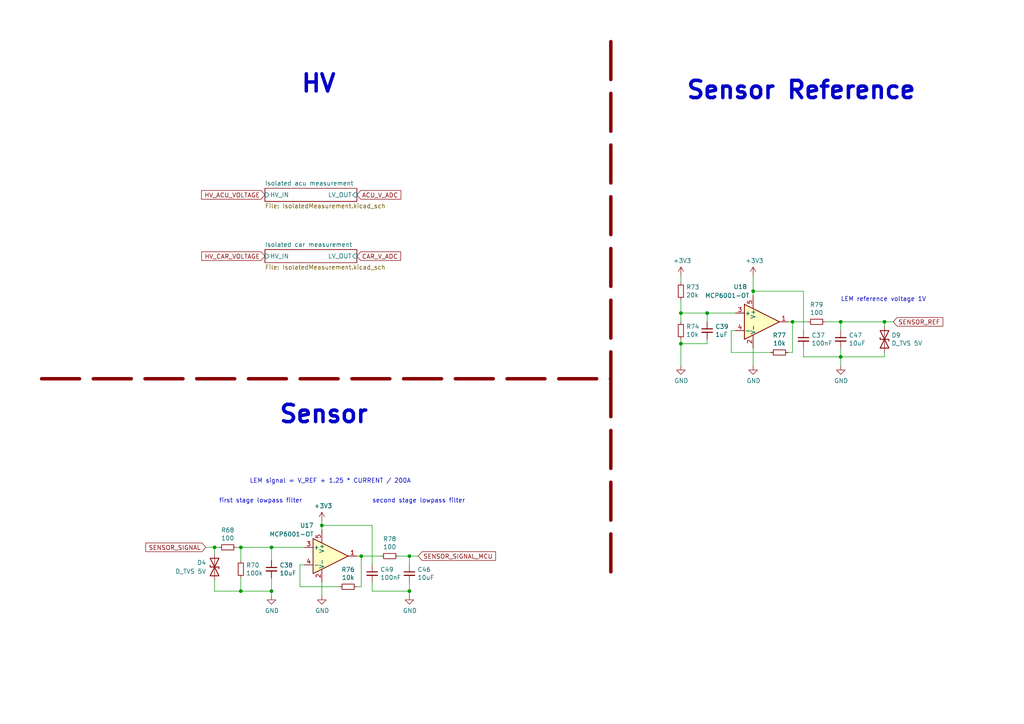
<source format=kicad_sch>
(kicad_sch (version 20211123) (generator eeschema)

  (uuid d7ba1e28-68fd-4a84-ac9e-932dda8ceff8)

  (paper "A4")

  (lib_symbols
    (symbol "Amplifier_Operational:MCP6001-OT" (pin_names (offset 0.127)) (in_bom yes) (on_board yes)
      (property "Reference" "U" (id 0) (at -1.27 6.35 0)
        (effects (font (size 1.27 1.27)) (justify left))
      )
      (property "Value" "MCP6001-OT" (id 1) (at -1.27 3.81 0)
        (effects (font (size 1.27 1.27)) (justify left))
      )
      (property "Footprint" "Package_TO_SOT_SMD:SOT-23-5" (id 2) (at -2.54 -5.08 0)
        (effects (font (size 1.27 1.27)) (justify left) hide)
      )
      (property "Datasheet" "http://ww1.microchip.com/downloads/en/DeviceDoc/21733j.pdf" (id 3) (at 0 5.08 0)
        (effects (font (size 1.27 1.27)) hide)
      )
      (property "ki_keywords" "single opamp" (id 4) (at 0 0 0)
        (effects (font (size 1.27 1.27)) hide)
      )
      (property "ki_description" "1MHz, Low-Power Op Amp, SOT-23-5" (id 5) (at 0 0 0)
        (effects (font (size 1.27 1.27)) hide)
      )
      (property "ki_fp_filters" "SOT?23*" (id 6) (at 0 0 0)
        (effects (font (size 1.27 1.27)) hide)
      )
      (symbol "MCP6001-OT_0_1"
        (polyline
          (pts
            (xy -5.08 5.08)
            (xy 5.08 0)
            (xy -5.08 -5.08)
            (xy -5.08 5.08)
          )
          (stroke (width 0.254) (type default) (color 0 0 0 0))
          (fill (type background))
        )
        (pin power_in line (at -2.54 -7.62 90) (length 3.81)
          (name "V-" (effects (font (size 1.27 1.27))))
          (number "2" (effects (font (size 1.27 1.27))))
        )
        (pin power_in line (at -2.54 7.62 270) (length 3.81)
          (name "V+" (effects (font (size 1.27 1.27))))
          (number "5" (effects (font (size 1.27 1.27))))
        )
      )
      (symbol "MCP6001-OT_1_1"
        (pin output line (at 7.62 0 180) (length 2.54)
          (name "~" (effects (font (size 1.27 1.27))))
          (number "1" (effects (font (size 1.27 1.27))))
        )
        (pin input line (at -7.62 2.54 0) (length 2.54)
          (name "+" (effects (font (size 1.27 1.27))))
          (number "3" (effects (font (size 1.27 1.27))))
        )
        (pin input line (at -7.62 -2.54 0) (length 2.54)
          (name "-" (effects (font (size 1.27 1.27))))
          (number "4" (effects (font (size 1.27 1.27))))
        )
      )
    )
    (symbol "Device:C_Small" (pin_numbers hide) (pin_names (offset 0.254) hide) (in_bom yes) (on_board yes)
      (property "Reference" "C" (id 0) (at 0.254 1.778 0)
        (effects (font (size 1.27 1.27)) (justify left))
      )
      (property "Value" "C_Small" (id 1) (at 0.254 -2.032 0)
        (effects (font (size 1.27 1.27)) (justify left))
      )
      (property "Footprint" "" (id 2) (at 0 0 0)
        (effects (font (size 1.27 1.27)) hide)
      )
      (property "Datasheet" "~" (id 3) (at 0 0 0)
        (effects (font (size 1.27 1.27)) hide)
      )
      (property "ki_keywords" "capacitor cap" (id 4) (at 0 0 0)
        (effects (font (size 1.27 1.27)) hide)
      )
      (property "ki_description" "Unpolarized capacitor, small symbol" (id 5) (at 0 0 0)
        (effects (font (size 1.27 1.27)) hide)
      )
      (property "ki_fp_filters" "C_*" (id 6) (at 0 0 0)
        (effects (font (size 1.27 1.27)) hide)
      )
      (symbol "C_Small_0_1"
        (polyline
          (pts
            (xy -1.524 -0.508)
            (xy 1.524 -0.508)
          )
          (stroke (width 0.3302) (type default) (color 0 0 0 0))
          (fill (type none))
        )
        (polyline
          (pts
            (xy -1.524 0.508)
            (xy 1.524 0.508)
          )
          (stroke (width 0.3048) (type default) (color 0 0 0 0))
          (fill (type none))
        )
      )
      (symbol "C_Small_1_1"
        (pin passive line (at 0 2.54 270) (length 2.032)
          (name "~" (effects (font (size 1.27 1.27))))
          (number "1" (effects (font (size 1.27 1.27))))
        )
        (pin passive line (at 0 -2.54 90) (length 2.032)
          (name "~" (effects (font (size 1.27 1.27))))
          (number "2" (effects (font (size 1.27 1.27))))
        )
      )
    )
    (symbol "Device:D_TVS" (pin_numbers hide) (pin_names (offset 1.016) hide) (in_bom yes) (on_board yes)
      (property "Reference" "D" (id 0) (at 0 2.54 0)
        (effects (font (size 1.27 1.27)))
      )
      (property "Value" "D_TVS" (id 1) (at 0 -2.54 0)
        (effects (font (size 1.27 1.27)))
      )
      (property "Footprint" "" (id 2) (at 0 0 0)
        (effects (font (size 1.27 1.27)) hide)
      )
      (property "Datasheet" "~" (id 3) (at 0 0 0)
        (effects (font (size 1.27 1.27)) hide)
      )
      (property "ki_keywords" "diode TVS thyrector" (id 4) (at 0 0 0)
        (effects (font (size 1.27 1.27)) hide)
      )
      (property "ki_description" "Bidirectional transient-voltage-suppression diode" (id 5) (at 0 0 0)
        (effects (font (size 1.27 1.27)) hide)
      )
      (property "ki_fp_filters" "TO-???* *_Diode_* *SingleDiode* D_*" (id 6) (at 0 0 0)
        (effects (font (size 1.27 1.27)) hide)
      )
      (symbol "D_TVS_0_1"
        (polyline
          (pts
            (xy 1.27 0)
            (xy -1.27 0)
          )
          (stroke (width 0) (type default) (color 0 0 0 0))
          (fill (type none))
        )
        (polyline
          (pts
            (xy 0.508 1.27)
            (xy 0 1.27)
            (xy 0 -1.27)
            (xy -0.508 -1.27)
          )
          (stroke (width 0.254) (type default) (color 0 0 0 0))
          (fill (type none))
        )
        (polyline
          (pts
            (xy -2.54 1.27)
            (xy -2.54 -1.27)
            (xy 2.54 1.27)
            (xy 2.54 -1.27)
            (xy -2.54 1.27)
          )
          (stroke (width 0.254) (type default) (color 0 0 0 0))
          (fill (type none))
        )
      )
      (symbol "D_TVS_1_1"
        (pin passive line (at -3.81 0 0) (length 2.54)
          (name "A1" (effects (font (size 1.27 1.27))))
          (number "1" (effects (font (size 1.27 1.27))))
        )
        (pin passive line (at 3.81 0 180) (length 2.54)
          (name "A2" (effects (font (size 1.27 1.27))))
          (number "2" (effects (font (size 1.27 1.27))))
        )
      )
    )
    (symbol "Device:R_Small" (pin_numbers hide) (pin_names (offset 0.254) hide) (in_bom yes) (on_board yes)
      (property "Reference" "R" (id 0) (at 0.762 0.508 0)
        (effects (font (size 1.27 1.27)) (justify left))
      )
      (property "Value" "R_Small" (id 1) (at 0.762 -1.016 0)
        (effects (font (size 1.27 1.27)) (justify left))
      )
      (property "Footprint" "" (id 2) (at 0 0 0)
        (effects (font (size 1.27 1.27)) hide)
      )
      (property "Datasheet" "~" (id 3) (at 0 0 0)
        (effects (font (size 1.27 1.27)) hide)
      )
      (property "ki_keywords" "R resistor" (id 4) (at 0 0 0)
        (effects (font (size 1.27 1.27)) hide)
      )
      (property "ki_description" "Resistor, small symbol" (id 5) (at 0 0 0)
        (effects (font (size 1.27 1.27)) hide)
      )
      (property "ki_fp_filters" "R_*" (id 6) (at 0 0 0)
        (effects (font (size 1.27 1.27)) hide)
      )
      (symbol "R_Small_0_1"
        (rectangle (start -0.762 1.778) (end 0.762 -1.778)
          (stroke (width 0.2032) (type default) (color 0 0 0 0))
          (fill (type none))
        )
      )
      (symbol "R_Small_1_1"
        (pin passive line (at 0 2.54 270) (length 0.762)
          (name "~" (effects (font (size 1.27 1.27))))
          (number "1" (effects (font (size 1.27 1.27))))
        )
        (pin passive line (at 0 -2.54 90) (length 0.762)
          (name "~" (effects (font (size 1.27 1.27))))
          (number "2" (effects (font (size 1.27 1.27))))
        )
      )
    )
    (symbol "power:+3.3V" (power) (pin_names (offset 0)) (in_bom yes) (on_board yes)
      (property "Reference" "#PWR" (id 0) (at 0 -3.81 0)
        (effects (font (size 1.27 1.27)) hide)
      )
      (property "Value" "+3.3V" (id 1) (at 0 3.556 0)
        (effects (font (size 1.27 1.27)))
      )
      (property "Footprint" "" (id 2) (at 0 0 0)
        (effects (font (size 1.27 1.27)) hide)
      )
      (property "Datasheet" "" (id 3) (at 0 0 0)
        (effects (font (size 1.27 1.27)) hide)
      )
      (property "ki_keywords" "power-flag" (id 4) (at 0 0 0)
        (effects (font (size 1.27 1.27)) hide)
      )
      (property "ki_description" "Power symbol creates a global label with name \"+3.3V\"" (id 5) (at 0 0 0)
        (effects (font (size 1.27 1.27)) hide)
      )
      (symbol "+3.3V_0_1"
        (polyline
          (pts
            (xy -0.762 1.27)
            (xy 0 2.54)
          )
          (stroke (width 0) (type default) (color 0 0 0 0))
          (fill (type none))
        )
        (polyline
          (pts
            (xy 0 0)
            (xy 0 2.54)
          )
          (stroke (width 0) (type default) (color 0 0 0 0))
          (fill (type none))
        )
        (polyline
          (pts
            (xy 0 2.54)
            (xy 0.762 1.27)
          )
          (stroke (width 0) (type default) (color 0 0 0 0))
          (fill (type none))
        )
      )
      (symbol "+3.3V_1_1"
        (pin power_in line (at 0 0 90) (length 0) hide
          (name "+3V3" (effects (font (size 1.27 1.27))))
          (number "1" (effects (font (size 1.27 1.27))))
        )
      )
    )
    (symbol "power:GND" (power) (pin_names (offset 0)) (in_bom yes) (on_board yes)
      (property "Reference" "#PWR" (id 0) (at 0 -6.35 0)
        (effects (font (size 1.27 1.27)) hide)
      )
      (property "Value" "GND" (id 1) (at 0 -3.81 0)
        (effects (font (size 1.27 1.27)))
      )
      (property "Footprint" "" (id 2) (at 0 0 0)
        (effects (font (size 1.27 1.27)) hide)
      )
      (property "Datasheet" "" (id 3) (at 0 0 0)
        (effects (font (size 1.27 1.27)) hide)
      )
      (property "ki_keywords" "power-flag" (id 4) (at 0 0 0)
        (effects (font (size 1.27 1.27)) hide)
      )
      (property "ki_description" "Power symbol creates a global label with name \"GND\" , ground" (id 5) (at 0 0 0)
        (effects (font (size 1.27 1.27)) hide)
      )
      (symbol "GND_0_1"
        (polyline
          (pts
            (xy 0 0)
            (xy 0 -1.27)
            (xy 1.27 -1.27)
            (xy 0 -2.54)
            (xy -1.27 -1.27)
            (xy 0 -1.27)
          )
          (stroke (width 0) (type default) (color 0 0 0 0))
          (fill (type none))
        )
      )
      (symbol "GND_1_1"
        (pin power_in line (at 0 0 270) (length 0) hide
          (name "GND" (effects (font (size 1.27 1.27))))
          (number "1" (effects (font (size 1.27 1.27))))
        )
      )
    )
  )

  (junction (at 93.345 152.4) (diameter 0) (color 0 0 0 0)
    (uuid 17d5f6be-7c0f-4080-bbfe-00729b8c2c90)
  )
  (junction (at 197.485 90.805) (diameter 0) (color 0 0 0 0)
    (uuid 1b0eb2ab-57d0-4e89-ac02-2a0aa88d3d94)
  )
  (junction (at 197.485 99.695) (diameter 0) (color 0 0 0 0)
    (uuid 22dd6db7-a8b7-4b03-857a-69a22ddff791)
  )
  (junction (at 256.54 93.345) (diameter 0) (color 0 0 0 0)
    (uuid 23074a31-0788-4adb-b073-3b91ce21852e)
  )
  (junction (at 229.87 93.345) (diameter 0) (color 0 0 0 0)
    (uuid 2454da8f-2175-4037-aca7-9b4b06d09bae)
  )
  (junction (at 62.23 158.75) (diameter 0) (color 0 0 0 0)
    (uuid 2f575597-48c3-4414-9137-172ca447e782)
  )
  (junction (at 78.74 171.45) (diameter 0) (color 0 0 0 0)
    (uuid 3655025f-8711-4960-801c-56cdfe77669c)
  )
  (junction (at 218.44 84.455) (diameter 0) (color 0 0 0 0)
    (uuid 36a2a4db-b81f-4c6b-8a0d-d25666cfc65e)
  )
  (junction (at 78.74 158.75) (diameter 0) (color 0 0 0 0)
    (uuid 654d85cc-40a9-4f27-b22d-6c6dd2602604)
  )
  (junction (at 243.84 93.345) (diameter 0) (color 0 0 0 0)
    (uuid 8c156647-8ed7-4f77-ae18-c98d23338566)
  )
  (junction (at 205.105 90.805) (diameter 0) (color 0 0 0 0)
    (uuid a49c44e1-f64f-41f6-83c3-6a303fcb29e1)
  )
  (junction (at 69.85 171.45) (diameter 0) (color 0 0 0 0)
    (uuid adfff3d1-d2bb-4a02-9ac5-e28b89255cd0)
  )
  (junction (at 69.85 158.75) (diameter 0) (color 0 0 0 0)
    (uuid cc8c8e9b-eff8-495d-8f7d-55fdc448f6b1)
  )
  (junction (at 118.745 171.45) (diameter 0) (color 0 0 0 0)
    (uuid cd6e4fe0-5a57-4044-be57-09fa6e12ca09)
  )
  (junction (at 118.745 161.29) (diameter 0) (color 0 0 0 0)
    (uuid d12d4100-43e5-4141-98c5-c1ba3bc24beb)
  )
  (junction (at 104.775 161.29) (diameter 0) (color 0 0 0 0)
    (uuid e2ab7b31-5b4d-466d-bd86-8c57218d1b0e)
  )
  (junction (at 243.84 103.505) (diameter 0) (color 0 0 0 0)
    (uuid f1705169-9075-4c1a-8d40-76f04f04a1c5)
  )

  (wire (pts (xy 256.54 93.345) (xy 259.08 93.345))
    (stroke (width 0) (type default) (color 0 0 0 0))
    (uuid 011adb42-373c-43d7-8ffa-a1126722ad70)
  )
  (wire (pts (xy 239.395 93.345) (xy 243.84 93.345))
    (stroke (width 0) (type default) (color 0 0 0 0))
    (uuid 0541618e-592a-41f2-91b4-39274268c547)
  )
  (wire (pts (xy 69.85 171.45) (xy 78.74 171.45))
    (stroke (width 0) (type default) (color 0 0 0 0))
    (uuid 088c0380-7719-4295-8e54-185cff8a23f4)
  )
  (wire (pts (xy 233.045 100.965) (xy 233.045 103.505))
    (stroke (width 0) (type default) (color 0 0 0 0))
    (uuid 08d2485c-b48c-470c-b499-c0f3c33060b4)
  )
  (wire (pts (xy 93.345 151.13) (xy 93.345 152.4))
    (stroke (width 0) (type default) (color 0 0 0 0))
    (uuid 0bc28c2b-224d-4fc2-88c4-a919920ce1ad)
  )
  (wire (pts (xy 212.09 102.235) (xy 212.09 95.885))
    (stroke (width 0) (type default) (color 0 0 0 0))
    (uuid 17949709-b386-4ab9-abea-f237219a08b6)
  )
  (wire (pts (xy 78.74 171.45) (xy 78.74 167.64))
    (stroke (width 0) (type default) (color 0 0 0 0))
    (uuid 184e603e-7178-43ce-8504-bedb5a4e3303)
  )
  (wire (pts (xy 243.84 93.345) (xy 256.54 93.345))
    (stroke (width 0) (type default) (color 0 0 0 0))
    (uuid 1d7e4b83-bdb5-40f3-bb56-8c5ef48d529a)
  )
  (wire (pts (xy 223.52 102.235) (xy 212.09 102.235))
    (stroke (width 0) (type default) (color 0 0 0 0))
    (uuid 1e6f45d6-edc6-407e-9df0-a9e1228bba66)
  )
  (wire (pts (xy 218.44 100.965) (xy 218.44 106.045))
    (stroke (width 0) (type default) (color 0 0 0 0))
    (uuid 220bb59a-512f-43f4-b9be-cd0bc8ca70a4)
  )
  (wire (pts (xy 197.485 98.425) (xy 197.485 99.695))
    (stroke (width 0) (type default) (color 0 0 0 0))
    (uuid 24b49d1c-be6e-46df-a530-16c9b0042bd7)
  )
  (wire (pts (xy 103.505 161.29) (xy 104.775 161.29))
    (stroke (width 0) (type default) (color 0 0 0 0))
    (uuid 2e7a76aa-b088-4908-875c-dc0cbe5b0f13)
  )
  (wire (pts (xy 107.95 171.45) (xy 118.745 171.45))
    (stroke (width 0) (type default) (color 0 0 0 0))
    (uuid 300d8e7a-b29f-4364-b7d7-e2c9af0a487f)
  )
  (wire (pts (xy 110.49 161.29) (xy 104.775 161.29))
    (stroke (width 0) (type default) (color 0 0 0 0))
    (uuid 358b9021-6bb3-411a-bf9c-0bd3bf9df121)
  )
  (wire (pts (xy 197.485 99.695) (xy 205.105 99.695))
    (stroke (width 0) (type default) (color 0 0 0 0))
    (uuid 397aec95-f8c1-49aa-ab25-48969387bfe7)
  )
  (polyline (pts (xy 177.165 109.855) (xy 177.165 166.37))
    (stroke (width 1) (type default) (color 132 0 0 1))
    (uuid 42f3689b-aadf-461f-aa90-f9664c395cb1)
  )

  (wire (pts (xy 62.23 171.45) (xy 62.23 168.275))
    (stroke (width 0) (type default) (color 0 0 0 0))
    (uuid 4308f4ff-b3fe-4629-9538-966a17fa780e)
  )
  (wire (pts (xy 197.485 81.915) (xy 197.485 80.01))
    (stroke (width 0) (type default) (color 0 0 0 0))
    (uuid 43469db3-0f3a-42d5-bab3-99d194c06b79)
  )
  (wire (pts (xy 197.485 90.805) (xy 205.105 90.805))
    (stroke (width 0) (type default) (color 0 0 0 0))
    (uuid 495fa01a-d906-4fdf-b2dc-58067dbe20b6)
  )
  (wire (pts (xy 86.995 163.83) (xy 88.265 163.83))
    (stroke (width 0) (type default) (color 0 0 0 0))
    (uuid 4a11ba40-b1d0-4e22-b011-181fc571d20b)
  )
  (wire (pts (xy 104.775 170.18) (xy 103.505 170.18))
    (stroke (width 0) (type default) (color 0 0 0 0))
    (uuid 5628d9f6-0a81-4739-87c5-ff6372b959d2)
  )
  (wire (pts (xy 62.23 160.655) (xy 62.23 158.75))
    (stroke (width 0) (type default) (color 0 0 0 0))
    (uuid 58e18c22-3a8e-4f7d-8e3b-a46935533bdb)
  )
  (wire (pts (xy 88.265 158.75) (xy 78.74 158.75))
    (stroke (width 0) (type default) (color 0 0 0 0))
    (uuid 5a193c86-d567-406f-b7d1-b0003bc26c7e)
  )
  (wire (pts (xy 118.745 161.29) (xy 115.57 161.29))
    (stroke (width 0) (type default) (color 0 0 0 0))
    (uuid 5acb2fab-9f7c-436a-82c3-a56359a29eef)
  )
  (wire (pts (xy 98.425 170.18) (xy 86.995 170.18))
    (stroke (width 0) (type default) (color 0 0 0 0))
    (uuid 5c115c5e-69f4-4fd6-b721-35e0f4e4f0dc)
  )
  (polyline (pts (xy 12.065 109.855) (xy 177.165 109.855))
    (stroke (width 1) (type default) (color 132 0 0 1))
    (uuid 5e4eed16-49b7-4a43-956f-1653c9a82538)
  )

  (wire (pts (xy 233.045 95.885) (xy 233.045 84.455))
    (stroke (width 0) (type default) (color 0 0 0 0))
    (uuid 6039781f-18a8-441e-a73d-5db203a0cfe6)
  )
  (wire (pts (xy 256.54 94.615) (xy 256.54 93.345))
    (stroke (width 0) (type default) (color 0 0 0 0))
    (uuid 6638385f-603e-4dc4-8024-048b7ed02f00)
  )
  (wire (pts (xy 205.105 90.805) (xy 205.105 93.345))
    (stroke (width 0) (type default) (color 0 0 0 0))
    (uuid 6995af44-0065-41da-94ce-fba46636021c)
  )
  (wire (pts (xy 121.285 161.29) (xy 118.745 161.29))
    (stroke (width 0) (type default) (color 0 0 0 0))
    (uuid 6aeff817-f12f-48cf-9269-753fdddf4f74)
  )
  (wire (pts (xy 86.995 170.18) (xy 86.995 163.83))
    (stroke (width 0) (type default) (color 0 0 0 0))
    (uuid 6ce71f1b-9460-4e2d-8996-8653fe1d06b9)
  )
  (wire (pts (xy 69.85 167.64) (xy 69.85 171.45))
    (stroke (width 0) (type default) (color 0 0 0 0))
    (uuid 6d000860-c4a5-4af6-90ed-947b6e07f701)
  )
  (polyline (pts (xy 177.165 12.065) (xy 177.165 109.855))
    (stroke (width 1) (type default) (color 132 0 0 1))
    (uuid 6f4dac03-595c-4cf2-a4f6-8ce5e921fe1a)
  )

  (wire (pts (xy 205.105 98.425) (xy 205.105 99.695))
    (stroke (width 0) (type default) (color 0 0 0 0))
    (uuid 70ed33fa-b26e-4e89-975c-27fe0779cd97)
  )
  (wire (pts (xy 68.58 158.75) (xy 69.85 158.75))
    (stroke (width 0) (type default) (color 0 0 0 0))
    (uuid 7294954e-47a8-4e04-a63f-bb4a2d82e4c7)
  )
  (wire (pts (xy 229.87 93.345) (xy 228.6 93.345))
    (stroke (width 0) (type default) (color 0 0 0 0))
    (uuid 752e1bcf-5163-4cf0-930d-4a1d7d4c6bef)
  )
  (wire (pts (xy 218.44 80.01) (xy 218.44 84.455))
    (stroke (width 0) (type default) (color 0 0 0 0))
    (uuid 77da3574-b6f1-4a02-9ac9-f478535db3c1)
  )
  (wire (pts (xy 107.95 152.4) (xy 93.345 152.4))
    (stroke (width 0) (type default) (color 0 0 0 0))
    (uuid 78ef3df3-29c0-4c6d-b078-c90bef2fed85)
  )
  (wire (pts (xy 93.345 152.4) (xy 93.345 153.67))
    (stroke (width 0) (type default) (color 0 0 0 0))
    (uuid 7f858fb5-2592-4739-b603-080b48a38138)
  )
  (wire (pts (xy 107.95 168.91) (xy 107.95 171.45))
    (stroke (width 0) (type default) (color 0 0 0 0))
    (uuid 879de8e8-838a-4206-9e80-e4b667eda5a1)
  )
  (wire (pts (xy 62.23 171.45) (xy 69.85 171.45))
    (stroke (width 0) (type default) (color 0 0 0 0))
    (uuid 88f3c473-6bf1-479c-8fa1-bec6c991da11)
  )
  (wire (pts (xy 197.485 99.695) (xy 197.485 106.045))
    (stroke (width 0) (type default) (color 0 0 0 0))
    (uuid 8a0f60b5-9e99-49a2-a0d8-7c0a96729be7)
  )
  (wire (pts (xy 256.54 103.505) (xy 256.54 102.235))
    (stroke (width 0) (type default) (color 0 0 0 0))
    (uuid 8a2b640e-d06a-4e6b-b8f4-79333b6ca96e)
  )
  (wire (pts (xy 233.045 84.455) (xy 218.44 84.455))
    (stroke (width 0) (type default) (color 0 0 0 0))
    (uuid 8ecaf45d-9106-4330-a667-2565447d91c4)
  )
  (wire (pts (xy 218.44 84.455) (xy 218.44 85.725))
    (stroke (width 0) (type default) (color 0 0 0 0))
    (uuid 9ea3a4ab-d328-41e4-a55d-444bfe0d5a47)
  )
  (wire (pts (xy 118.745 161.29) (xy 118.745 163.83))
    (stroke (width 0) (type default) (color 0 0 0 0))
    (uuid a01d80c4-be82-4240-9f79-4720f7126405)
  )
  (wire (pts (xy 93.345 168.91) (xy 93.345 172.72))
    (stroke (width 0) (type default) (color 0 0 0 0))
    (uuid a0d52e76-dfa6-4e81-af54-8ea0076c7c90)
  )
  (wire (pts (xy 229.87 93.345) (xy 234.315 93.345))
    (stroke (width 0) (type default) (color 0 0 0 0))
    (uuid a345de8a-7fef-4681-9cd9-0335408a955b)
  )
  (wire (pts (xy 69.85 158.75) (xy 78.74 158.75))
    (stroke (width 0) (type default) (color 0 0 0 0))
    (uuid a5dd296a-a61b-445c-9b31-9501301f405d)
  )
  (wire (pts (xy 243.84 103.505) (xy 243.84 106.045))
    (stroke (width 0) (type default) (color 0 0 0 0))
    (uuid a6ff706a-5ebc-47e3-9779-9fedce4c71d4)
  )
  (wire (pts (xy 62.23 158.75) (xy 59.69 158.75))
    (stroke (width 0) (type default) (color 0 0 0 0))
    (uuid accd25b2-c0ea-4822-9c5b-ae0a2486888b)
  )
  (wire (pts (xy 78.74 171.45) (xy 78.74 172.72))
    (stroke (width 0) (type default) (color 0 0 0 0))
    (uuid aefa5d39-51ac-4b31-89d9-24b701735629)
  )
  (wire (pts (xy 69.85 162.56) (xy 69.85 158.75))
    (stroke (width 0) (type default) (color 0 0 0 0))
    (uuid b9e49b05-d130-436d-82f8-21c7da690415)
  )
  (wire (pts (xy 62.23 158.75) (xy 63.5 158.75))
    (stroke (width 0) (type default) (color 0 0 0 0))
    (uuid bcca075a-a9c2-42bb-84e7-878a0feacb94)
  )
  (wire (pts (xy 107.95 163.83) (xy 107.95 152.4))
    (stroke (width 0) (type default) (color 0 0 0 0))
    (uuid bd9d09e6-b897-42b3-b29c-c5402200a08b)
  )
  (wire (pts (xy 243.84 93.345) (xy 243.84 95.885))
    (stroke (width 0) (type default) (color 0 0 0 0))
    (uuid c23cdc93-1a7a-4225-a2e5-ffc83123a447)
  )
  (wire (pts (xy 213.36 90.805) (xy 205.105 90.805))
    (stroke (width 0) (type default) (color 0 0 0 0))
    (uuid c6938384-f260-4c64-8db3-e5c67b07e014)
  )
  (wire (pts (xy 197.485 86.995) (xy 197.485 90.805))
    (stroke (width 0) (type default) (color 0 0 0 0))
    (uuid c8a5d108-358f-4471-900b-b30e4fd7b558)
  )
  (wire (pts (xy 118.745 171.45) (xy 118.745 168.91))
    (stroke (width 0) (type default) (color 0 0 0 0))
    (uuid cb56702f-405b-46ec-adce-e72a25393a8b)
  )
  (wire (pts (xy 243.84 100.965) (xy 243.84 103.505))
    (stroke (width 0) (type default) (color 0 0 0 0))
    (uuid d24e72a6-072f-47d8-ae72-32f64defbf92)
  )
  (wire (pts (xy 212.09 95.885) (xy 213.36 95.885))
    (stroke (width 0) (type default) (color 0 0 0 0))
    (uuid d51a2885-7a4d-4c94-82ad-50c960513518)
  )
  (wire (pts (xy 243.84 103.505) (xy 256.54 103.505))
    (stroke (width 0) (type default) (color 0 0 0 0))
    (uuid de57098a-e21f-46fa-beaf-8d1750e62ebb)
  )
  (wire (pts (xy 118.745 172.72) (xy 118.745 171.45))
    (stroke (width 0) (type default) (color 0 0 0 0))
    (uuid e16af65f-794b-4285-bf02-a21a467badcf)
  )
  (wire (pts (xy 197.485 90.805) (xy 197.485 93.345))
    (stroke (width 0) (type default) (color 0 0 0 0))
    (uuid eaf1d774-213f-4af6-aca2-0f3e5504e36e)
  )
  (wire (pts (xy 78.74 162.56) (xy 78.74 158.75))
    (stroke (width 0) (type default) (color 0 0 0 0))
    (uuid ed3afe6a-e74a-4d3b-8857-bb5db921b7f3)
  )
  (wire (pts (xy 229.87 102.235) (xy 229.87 93.345))
    (stroke (width 0) (type default) (color 0 0 0 0))
    (uuid ef1cc889-0d13-4fc0-a279-0c0d6df2392f)
  )
  (wire (pts (xy 228.6 102.235) (xy 229.87 102.235))
    (stroke (width 0) (type default) (color 0 0 0 0))
    (uuid f0f0a9a2-3721-4459-a80d-7183d86dc5ea)
  )
  (wire (pts (xy 104.775 161.29) (xy 104.775 170.18))
    (stroke (width 0) (type default) (color 0 0 0 0))
    (uuid f62658c5-de91-4f47-bfaa-a223e8f4ee0d)
  )
  (wire (pts (xy 233.045 103.505) (xy 243.84 103.505))
    (stroke (width 0) (type default) (color 0 0 0 0))
    (uuid fb971d2e-b799-47df-a53a-8f038e30078d)
  )

  (text "HV" (at 86.995 27.305 0)
    (effects (font (size 5 5) (thickness 1) bold) (justify left bottom))
    (uuid 128e4c84-fe53-490b-9111-600e548faa9b)
  )
  (text "second stage lowpass filter" (at 107.95 146.05 0)
    (effects (font (size 1.27 1.27)) (justify left bottom))
    (uuid 136b6d4d-5cae-4dbc-8a88-fa089ac2b179)
  )
  (text "Sensor Reference" (at 198.755 29.21 0)
    (effects (font (size 5 5) (thickness 1) bold) (justify left bottom))
    (uuid 4ab7f0cd-8584-47b9-bf25-289448dbb04e)
  )
  (text "LEM signal = V_REF + 1.25 * CURRENT / 200A" (at 72.39 140.335 0)
    (effects (font (size 1.27 1.27)) (justify left bottom))
    (uuid 91df6de8-0c55-4312-974b-6903e2a3ff43)
  )
  (text "LEM reference voltage 1V" (at 243.84 87.63 0)
    (effects (font (size 1.27 1.27)) (justify left bottom))
    (uuid 97db2f69-b0f9-48ce-9594-cdd590d31b59)
  )
  (text "Sensor" (at 80.645 123.19 0)
    (effects (font (size 5 5) (thickness 1) bold) (justify left bottom))
    (uuid 9af5f919-63e3-4e4b-891e-985673ad8b55)
  )
  (text "first stage lowpass filter" (at 63.5 146.05 0)
    (effects (font (size 1.27 1.27)) (justify left bottom))
    (uuid f3910753-076a-48a1-970e-0f4a5f4b771e)
  )

  (global_label "HV_ACU_VOLTAGE" (shape input) (at 76.835 56.515 180) (fields_autoplaced)
    (effects (font (size 1.27 1.27)) (justify right))
    (uuid 2c65b86b-8cc1-4c85-b9c5-6f8e17c7595e)
    (property "Intersheet References" "${INTERSHEET_REFS}" (id 0) (at 58.5451 56.4356 0)
      (effects (font (size 1.27 1.27)) (justify right) hide)
    )
  )
  (global_label "HV_CAR_VOLTAGE" (shape input) (at 76.835 74.295 180) (fields_autoplaced)
    (effects (font (size 1.27 1.27)) (justify right))
    (uuid 6af66559-dc65-4799-a725-5359edfcbce1)
    (property "Intersheet References" "${INTERSHEET_REFS}" (id 0) (at 58.6056 74.2156 0)
      (effects (font (size 1.27 1.27)) (justify right) hide)
    )
  )
  (global_label "CAR_V_ADC" (shape input) (at 103.505 74.295 0) (fields_autoplaced)
    (effects (font (size 1.27 1.27)) (justify left))
    (uuid 8a843f10-dd6e-4694-a080-a3a0703999be)
    (property "Intersheet References" "${INTERSHEET_REFS}" (id 0) (at 116.1102 74.2156 0)
      (effects (font (size 1.27 1.27)) (justify left) hide)
    )
  )
  (global_label "SENSOR_REF" (shape input) (at 259.08 93.345 0) (fields_autoplaced)
    (effects (font (size 1.27 1.27)) (justify left))
    (uuid b3fd51e0-ef44-4c80-84c0-bf56886c849e)
    (property "Intersheet References" "${INTERSHEET_REFS}" (id 0) (at 273.3785 93.2656 0)
      (effects (font (size 1.27 1.27)) (justify left) hide)
    )
  )
  (global_label "SENSOR_SIGNAL_MCU" (shape input) (at 121.285 161.29 0) (fields_autoplaced)
    (effects (font (size 1.27 1.27)) (justify left))
    (uuid b94c1d83-d239-4626-a2cc-46d0fc52c44d)
    (property "Intersheet References" "${INTERSHEET_REFS}" (id 0) (at 143.6268 161.2106 0)
      (effects (font (size 1.27 1.27)) (justify left) hide)
    )
  )
  (global_label "SENSOR_SIGNAL" (shape input) (at 59.69 158.75 180) (fields_autoplaced)
    (effects (font (size 1.27 1.27)) (justify right))
    (uuid dc3b1041-532f-482c-bc5b-7688db41112a)
    (property "Intersheet References" "${INTERSHEET_REFS}" (id 0) (at 42.3677 158.6706 0)
      (effects (font (size 1.27 1.27)) (justify right) hide)
    )
  )
  (global_label "ACU_V_ADC" (shape input) (at 103.505 56.515 0) (fields_autoplaced)
    (effects (font (size 1.27 1.27)) (justify left))
    (uuid e545d630-dd61-4fa6-bf74-8b1a7af52f64)
    (property "Intersheet References" "${INTERSHEET_REFS}" (id 0) (at 116.1706 56.4356 0)
      (effects (font (size 1.27 1.27)) (justify left) hide)
    )
  )

  (symbol (lib_id "power:GND") (at 118.745 172.72 0) (unit 1)
    (in_bom yes) (on_board yes)
    (uuid 00fe51f2-4c32-444e-93ce-0504fba30ffa)
    (property "Reference" "#PWR097" (id 0) (at 118.745 179.07 0)
      (effects (font (size 1.27 1.27)) hide)
    )
    (property "Value" "GND" (id 1) (at 118.872 177.1142 0))
    (property "Footprint" "" (id 2) (at 118.745 172.72 0)
      (effects (font (size 1.27 1.27)) hide)
    )
    (property "Datasheet" "" (id 3) (at 118.745 172.72 0)
      (effects (font (size 1.27 1.27)) hide)
    )
    (pin "1" (uuid 6ac315bb-3ca6-4cf1-ae88-e589a3a0f566))
  )

  (symbol (lib_id "power:GND") (at 243.84 106.045 0) (unit 1)
    (in_bom yes) (on_board yes)
    (uuid 0be36d99-4c30-44d2-9cc1-a3244bd974f5)
    (property "Reference" "#PWR098" (id 0) (at 243.84 112.395 0)
      (effects (font (size 1.27 1.27)) hide)
    )
    (property "Value" "GND" (id 1) (at 243.967 110.4392 0))
    (property "Footprint" "" (id 2) (at 243.84 106.045 0)
      (effects (font (size 1.27 1.27)) hide)
    )
    (property "Datasheet" "" (id 3) (at 243.84 106.045 0)
      (effects (font (size 1.27 1.27)) hide)
    )
    (pin "1" (uuid c4d9ad9d-d2ad-4497-92ac-3210667fcd30))
  )

  (symbol (lib_id "power:+3.3V") (at 197.485 80.01 0) (unit 1)
    (in_bom yes) (on_board yes)
    (uuid 0d065a5f-e745-42a3-958b-9d0ce5dbcf9e)
    (property "Reference" "#PWR084" (id 0) (at 197.485 83.82 0)
      (effects (font (size 1.27 1.27)) hide)
    )
    (property "Value" "+3.3V" (id 1) (at 197.866 75.6158 0))
    (property "Footprint" "" (id 2) (at 197.485 80.01 0)
      (effects (font (size 1.27 1.27)) hide)
    )
    (property "Datasheet" "" (id 3) (at 197.485 80.01 0)
      (effects (font (size 1.27 1.27)) hide)
    )
    (pin "1" (uuid 5b7fd896-74e6-438d-9fd7-431e03882927))
  )

  (symbol (lib_id "Device:R_Small") (at 69.85 165.1 180) (unit 1)
    (in_bom yes) (on_board yes)
    (uuid 0d8182cf-8bb1-4156-af77-a7bf8ca5aec3)
    (property "Reference" "R70" (id 0) (at 71.3486 163.9316 0)
      (effects (font (size 1.27 1.27)) (justify right))
    )
    (property "Value" "100k" (id 1) (at 71.3486 166.243 0)
      (effects (font (size 1.27 1.27)) (justify right))
    )
    (property "Footprint" "Resistor_SMD:R_1206_3216Metric" (id 2) (at 69.85 165.1 0)
      (effects (font (size 1.27 1.27)) hide)
    )
    (property "Datasheet" "~" (id 3) (at 69.85 165.1 0)
      (effects (font (size 1.27 1.27)) hide)
    )
    (pin "1" (uuid 8a62a14b-da7e-4ec0-bffb-fb9a484a381e))
    (pin "2" (uuid 7150f7dc-b565-4b2a-a959-543049b522dc))
  )

  (symbol (lib_id "Amplifier_Operational:MCP6001-OT") (at 95.885 161.29 0) (unit 1)
    (in_bom yes) (on_board yes)
    (uuid 1a08a5c8-df3c-423c-9628-517e51a805c5)
    (property "Reference" "U17" (id 0) (at 86.995 152.4 0)
      (effects (font (size 1.27 1.27)) (justify left))
    )
    (property "Value" "MCP6001-OT" (id 1) (at 78.105 154.94 0)
      (effects (font (size 1.27 1.27)) (justify left))
    )
    (property "Footprint" "Package_TO_SOT_SMD:SOT-353_SC-70-5" (id 2) (at 93.345 166.37 0)
      (effects (font (size 1.27 1.27)) (justify left) hide)
    )
    (property "Datasheet" "http://ww1.microchip.com/downloads/en/DeviceDoc/21733j.pdf" (id 3) (at 95.885 156.21 0)
      (effects (font (size 1.27 1.27)) hide)
    )
    (pin "2" (uuid e83604d3-f90c-44f9-9ca2-bf0e66c8626d))
    (pin "5" (uuid f49ddb2f-aec1-4487-bb46-179592c24501))
    (pin "1" (uuid 5a87e2bb-06d8-41fd-968b-28a4cbca54c7))
    (pin "3" (uuid e8265001-cc7f-4ea6-83a4-657e9d372ea4))
    (pin "4" (uuid bd8f633b-a796-4b87-a169-975e374f540d))
  )

  (symbol (lib_id "Device:R_Small") (at 226.06 102.235 270) (unit 1)
    (in_bom yes) (on_board yes)
    (uuid 1fff3168-5840-4289-8bdd-5ea9d71a0646)
    (property "Reference" "R77" (id 0) (at 226.06 97.2566 90))
    (property "Value" "10k" (id 1) (at 226.06 99.568 90))
    (property "Footprint" "Resistor_SMD:R_0603_1608Metric" (id 2) (at 226.06 102.235 0)
      (effects (font (size 1.27 1.27)) hide)
    )
    (property "Datasheet" "~" (id 3) (at 226.06 102.235 0)
      (effects (font (size 1.27 1.27)) hide)
    )
    (pin "1" (uuid 2d786a87-2d25-4898-99a3-6846f6dc3596))
    (pin "2" (uuid 1d2b1cd5-0ebc-4283-8823-7bce0f939ebb))
  )

  (symbol (lib_id "Device:R_Small") (at 197.485 84.455 0) (unit 1)
    (in_bom yes) (on_board yes)
    (uuid 2208ec2b-b96d-4cff-b8d0-386546c9bc23)
    (property "Reference" "R73" (id 0) (at 198.9836 83.2866 0)
      (effects (font (size 1.27 1.27)) (justify left))
    )
    (property "Value" "20k" (id 1) (at 198.9836 85.598 0)
      (effects (font (size 1.27 1.27)) (justify left))
    )
    (property "Footprint" "Resistor_SMD:R_0805_2012Metric" (id 2) (at 197.485 84.455 0)
      (effects (font (size 1.27 1.27)) hide)
    )
    (property "Datasheet" "~" (id 3) (at 197.485 84.455 0)
      (effects (font (size 1.27 1.27)) hide)
    )
    (pin "1" (uuid 876e03d9-4d91-45d9-84ac-d7e895213686))
    (pin "2" (uuid 365b7355-6e71-489f-bff7-fa1bb55ce173))
  )

  (symbol (lib_id "power:GND") (at 78.74 172.72 0) (unit 1)
    (in_bom yes) (on_board yes)
    (uuid 28a6efa0-3892-4c95-898c-1a69233ba6c7)
    (property "Reference" "#PWR083" (id 0) (at 78.74 179.07 0)
      (effects (font (size 1.27 1.27)) hide)
    )
    (property "Value" "GND" (id 1) (at 78.867 177.1142 0))
    (property "Footprint" "" (id 2) (at 78.74 172.72 0)
      (effects (font (size 1.27 1.27)) hide)
    )
    (property "Datasheet" "" (id 3) (at 78.74 172.72 0)
      (effects (font (size 1.27 1.27)) hide)
    )
    (pin "1" (uuid afaef132-c530-45f6-a77b-46425b4cf621))
  )

  (symbol (lib_id "Device:R_Small") (at 236.855 93.345 270) (unit 1)
    (in_bom yes) (on_board yes)
    (uuid 2db65d1c-0c61-437d-8dc9-94247ed0b031)
    (property "Reference" "R79" (id 0) (at 236.855 88.3666 90))
    (property "Value" "100" (id 1) (at 236.855 90.678 90))
    (property "Footprint" "Resistor_SMD:R_0603_1608Metric" (id 2) (at 236.855 93.345 0)
      (effects (font (size 1.27 1.27)) hide)
    )
    (property "Datasheet" "~" (id 3) (at 236.855 93.345 0)
      (effects (font (size 1.27 1.27)) hide)
    )
    (pin "1" (uuid 088c0cd6-a733-4d7a-84bc-e2495c7382e9))
    (pin "2" (uuid a309d409-39b7-4838-b731-961c33a59b9c))
  )

  (symbol (lib_id "power:GND") (at 197.485 106.045 0) (unit 1)
    (in_bom yes) (on_board yes)
    (uuid 3f43c004-d17f-43ac-98bf-c5e9bce1100f)
    (property "Reference" "#PWR?" (id 0) (at 197.485 112.395 0)
      (effects (font (size 1.27 1.27)) hide)
    )
    (property "Value" "GND" (id 1) (at 197.612 110.4392 0))
    (property "Footprint" "" (id 2) (at 197.485 106.045 0)
      (effects (font (size 1.27 1.27)) hide)
    )
    (property "Datasheet" "" (id 3) (at 197.485 106.045 0)
      (effects (font (size 1.27 1.27)) hide)
    )
    (pin "1" (uuid 7d5ed09d-0b13-466b-acfd-76296044ac54))
  )

  (symbol (lib_id "Device:R_Small") (at 100.965 170.18 90) (unit 1)
    (in_bom yes) (on_board yes)
    (uuid 4ba452b9-905e-436b-82e2-934987c70200)
    (property "Reference" "R76" (id 0) (at 100.965 165.2016 90))
    (property "Value" "10k" (id 1) (at 100.965 167.513 90))
    (property "Footprint" "Resistor_SMD:R_0603_1608Metric" (id 2) (at 100.965 170.18 0)
      (effects (font (size 1.27 1.27)) hide)
    )
    (property "Datasheet" "~" (id 3) (at 100.965 170.18 0)
      (effects (font (size 1.27 1.27)) hide)
    )
    (pin "1" (uuid a7af8c74-c472-430b-a91c-4df7fdd65bd8))
    (pin "2" (uuid 3fc12611-b12c-4557-9d06-1832f7409a87))
  )

  (symbol (lib_id "Device:D_TVS") (at 62.23 164.465 270) (unit 1)
    (in_bom yes) (on_board yes)
    (uuid 50abb593-e379-4837-9d9c-b7805e0a90a4)
    (property "Reference" "D4" (id 0) (at 57.15 163.195 90)
      (effects (font (size 1.27 1.27)) (justify left))
    )
    (property "Value" "D_TVS 5V" (id 1) (at 50.8 165.735 90)
      (effects (font (size 1.27 1.27)) (justify left))
    )
    (property "Footprint" "Diode_SMD:D_SMA" (id 2) (at 62.23 164.465 0)
      (effects (font (size 1.27 1.27)) hide)
    )
    (property "Datasheet" "~" (id 3) (at 62.23 164.465 0)
      (effects (font (size 1.27 1.27)) hide)
    )
    (pin "1" (uuid 241cdf71-6218-49f2-884b-a3cadf4dedf2))
    (pin "2" (uuid 13274a39-c4b4-48b7-ae81-935b744cf784))
  )

  (symbol (lib_id "power:GND") (at 218.44 106.045 0) (unit 1)
    (in_bom yes) (on_board yes)
    (uuid 579d5f4e-71e4-4f59-a850-ef350f7725cd)
    (property "Reference" "#PWR?" (id 0) (at 218.44 112.395 0)
      (effects (font (size 1.27 1.27)) hide)
    )
    (property "Value" "GND" (id 1) (at 218.567 110.4392 0))
    (property "Footprint" "" (id 2) (at 218.44 106.045 0)
      (effects (font (size 1.27 1.27)) hide)
    )
    (property "Datasheet" "" (id 3) (at 218.44 106.045 0)
      (effects (font (size 1.27 1.27)) hide)
    )
    (pin "1" (uuid 48da8221-fd57-4c7f-ba7f-dc797e789b5d))
  )

  (symbol (lib_id "Device:R_Small") (at 66.04 158.75 270) (unit 1)
    (in_bom yes) (on_board yes)
    (uuid 5c33786d-3eec-40e9-9cee-c36556fa8b1a)
    (property "Reference" "R68" (id 0) (at 66.04 153.7716 90))
    (property "Value" "100" (id 1) (at 66.04 156.083 90))
    (property "Footprint" "Resistor_SMD:R_0603_1608Metric" (id 2) (at 66.04 158.75 0)
      (effects (font (size 1.27 1.27)) hide)
    )
    (property "Datasheet" "~" (id 3) (at 66.04 158.75 0)
      (effects (font (size 1.27 1.27)) hide)
    )
    (pin "1" (uuid fc2fac5b-c2da-4ebf-8f59-746fbec50e5c))
    (pin "2" (uuid 9367080e-86b4-447f-b5f1-722a8b60e696))
  )

  (symbol (lib_id "Device:C_Small") (at 205.105 95.885 0) (unit 1)
    (in_bom yes) (on_board yes)
    (uuid 67719756-a049-4fde-8552-9154555115fb)
    (property "Reference" "C39" (id 0) (at 207.4418 94.7166 0)
      (effects (font (size 1.27 1.27)) (justify left))
    )
    (property "Value" "1uF" (id 1) (at 207.4418 97.028 0)
      (effects (font (size 1.27 1.27)) (justify left))
    )
    (property "Footprint" "Capacitor_SMD:C_0603_1608Metric" (id 2) (at 205.105 95.885 0)
      (effects (font (size 1.27 1.27)) hide)
    )
    (property "Datasheet" "~" (id 3) (at 205.105 95.885 0)
      (effects (font (size 1.27 1.27)) hide)
    )
    (pin "1" (uuid ab185d3b-e1c0-41b5-b374-ebafcdb503c8))
    (pin "2" (uuid 062692ef-0d57-4757-b1ea-6ee9cdd2631c))
  )

  (symbol (lib_id "power:GND") (at 93.345 172.72 0) (unit 1)
    (in_bom yes) (on_board yes)
    (uuid 9b8932ae-365e-4c78-8f3b-256dd9b34349)
    (property "Reference" "#PWR090" (id 0) (at 93.345 179.07 0)
      (effects (font (size 1.27 1.27)) hide)
    )
    (property "Value" "GND" (id 1) (at 93.472 177.1142 0))
    (property "Footprint" "" (id 2) (at 93.345 172.72 0)
      (effects (font (size 1.27 1.27)) hide)
    )
    (property "Datasheet" "" (id 3) (at 93.345 172.72 0)
      (effects (font (size 1.27 1.27)) hide)
    )
    (pin "1" (uuid 28dc8112-d308-49a6-abc4-e466eed69f79))
  )

  (symbol (lib_id "Device:R_Small") (at 113.03 161.29 90) (unit 1)
    (in_bom yes) (on_board yes)
    (uuid a02f2126-6e3e-4700-80d3-4aeefce899b4)
    (property "Reference" "R78" (id 0) (at 113.03 156.3116 90))
    (property "Value" "100" (id 1) (at 113.03 158.623 90))
    (property "Footprint" "Resistor_SMD:R_0603_1608Metric" (id 2) (at 113.03 161.29 0)
      (effects (font (size 1.27 1.27)) hide)
    )
    (property "Datasheet" "~" (id 3) (at 113.03 161.29 0)
      (effects (font (size 1.27 1.27)) hide)
    )
    (pin "1" (uuid 55b0289f-8cf3-44b5-9bb3-b48856a851b4))
    (pin "2" (uuid 9c0e9519-104c-44d6-9f6b-112372208640))
  )

  (symbol (lib_id "Device:R_Small") (at 197.485 95.885 0) (unit 1)
    (in_bom yes) (on_board yes)
    (uuid a3865ae0-51ab-4015-9f7a-9a4dd0b5a8ea)
    (property "Reference" "R74" (id 0) (at 198.9836 94.7166 0)
      (effects (font (size 1.27 1.27)) (justify left))
    )
    (property "Value" "10k" (id 1) (at 198.9836 97.028 0)
      (effects (font (size 1.27 1.27)) (justify left))
    )
    (property "Footprint" "Resistor_SMD:R_0603_1608Metric" (id 2) (at 197.485 95.885 0)
      (effects (font (size 1.27 1.27)) hide)
    )
    (property "Datasheet" "~" (id 3) (at 197.485 95.885 0)
      (effects (font (size 1.27 1.27)) hide)
    )
    (pin "1" (uuid 80dc77a3-e767-4e24-b7bc-dda3ad24f474))
    (pin "2" (uuid 35bb58e3-d1fc-4b76-b540-5862b4b326ab))
  )

  (symbol (lib_id "Device:C_Small") (at 78.74 165.1 0) (unit 1)
    (in_bom yes) (on_board yes)
    (uuid a68a125c-ab77-4c54-8c74-86704268c661)
    (property "Reference" "C38" (id 0) (at 81.0768 163.9316 0)
      (effects (font (size 1.27 1.27)) (justify left))
    )
    (property "Value" "10uF" (id 1) (at 81.0768 166.243 0)
      (effects (font (size 1.27 1.27)) (justify left))
    )
    (property "Footprint" "Capacitor_SMD:C_0805_2012Metric" (id 2) (at 78.74 165.1 0)
      (effects (font (size 1.27 1.27)) hide)
    )
    (property "Datasheet" "~" (id 3) (at 78.74 165.1 0)
      (effects (font (size 1.27 1.27)) hide)
    )
    (pin "1" (uuid dac2dd01-26fc-4929-84b5-6247b0097473))
    (pin "2" (uuid 5a02b2df-88a6-4392-8398-ccbdb654b9b9))
  )

  (symbol (lib_id "Device:D_TVS") (at 256.54 98.425 270) (unit 1)
    (in_bom yes) (on_board yes)
    (uuid abd15cec-8453-464c-8fda-19727b9fa201)
    (property "Reference" "D9" (id 0) (at 258.5466 97.2566 90)
      (effects (font (size 1.27 1.27)) (justify left))
    )
    (property "Value" "D_TVS 5V" (id 1) (at 258.5466 99.568 90)
      (effects (font (size 1.27 1.27)) (justify left))
    )
    (property "Footprint" "Diode_SMD:D_SMA" (id 2) (at 256.54 98.425 0)
      (effects (font (size 1.27 1.27)) hide)
    )
    (property "Datasheet" "~" (id 3) (at 256.54 98.425 0)
      (effects (font (size 1.27 1.27)) hide)
    )
    (pin "1" (uuid 4fecda4b-7699-4e07-bdbf-6a8b43504434))
    (pin "2" (uuid e41b2521-03cd-466d-a202-971dcfd445ad))
  )

  (symbol (lib_id "Device:C_Small") (at 107.95 166.37 0) (unit 1)
    (in_bom yes) (on_board yes)
    (uuid ac5aba2c-1d32-4355-975c-91c4e1fa9e41)
    (property "Reference" "C49" (id 0) (at 110.2868 165.2016 0)
      (effects (font (size 1.27 1.27)) (justify left))
    )
    (property "Value" "100nF" (id 1) (at 110.2868 167.513 0)
      (effects (font (size 1.27 1.27)) (justify left))
    )
    (property "Footprint" "Capacitor_SMD:C_0603_1608Metric" (id 2) (at 107.95 166.37 0)
      (effects (font (size 1.27 1.27)) hide)
    )
    (property "Datasheet" "~" (id 3) (at 107.95 166.37 0)
      (effects (font (size 1.27 1.27)) hide)
    )
    (pin "1" (uuid 862517ce-fc9e-44fb-aab8-7cb0828fbe79))
    (pin "2" (uuid bf6afea7-6f50-4019-b2a5-997c90bc9ed5))
  )

  (symbol (lib_id "power:+3.3V") (at 93.345 151.13 0) (unit 1)
    (in_bom yes) (on_board yes)
    (uuid b68e7261-6cb8-4e67-9884-5c01c90fbfa2)
    (property "Reference" "#PWR089" (id 0) (at 93.345 154.94 0)
      (effects (font (size 1.27 1.27)) hide)
    )
    (property "Value" "+3.3V" (id 1) (at 93.726 146.7358 0))
    (property "Footprint" "" (id 2) (at 93.345 151.13 0)
      (effects (font (size 1.27 1.27)) hide)
    )
    (property "Datasheet" "" (id 3) (at 93.345 151.13 0)
      (effects (font (size 1.27 1.27)) hide)
    )
    (pin "1" (uuid e546bfd4-60f0-4766-9edf-e0757bcc2306))
  )

  (symbol (lib_id "power:+3.3V") (at 218.44 80.01 0) (unit 1)
    (in_bom yes) (on_board yes)
    (uuid cba8201e-0dfe-4214-8888-926a749ef3b2)
    (property "Reference" "#PWR092" (id 0) (at 218.44 83.82 0)
      (effects (font (size 1.27 1.27)) hide)
    )
    (property "Value" "+3.3V" (id 1) (at 218.821 75.6158 0))
    (property "Footprint" "" (id 2) (at 218.44 80.01 0)
      (effects (font (size 1.27 1.27)) hide)
    )
    (property "Datasheet" "" (id 3) (at 218.44 80.01 0)
      (effects (font (size 1.27 1.27)) hide)
    )
    (pin "1" (uuid d57f50e0-e84c-4f0f-a07a-882d5e9e21db))
  )

  (symbol (lib_id "Device:C_Small") (at 118.745 166.37 0) (unit 1)
    (in_bom yes) (on_board yes)
    (uuid cff58f71-d3df-49f9-b171-40263369c28d)
    (property "Reference" "C46" (id 0) (at 121.0818 165.2016 0)
      (effects (font (size 1.27 1.27)) (justify left))
    )
    (property "Value" "10uF" (id 1) (at 121.0818 167.513 0)
      (effects (font (size 1.27 1.27)) (justify left))
    )
    (property "Footprint" "Capacitor_SMD:C_0805_2012Metric" (id 2) (at 118.745 166.37 0)
      (effects (font (size 1.27 1.27)) hide)
    )
    (property "Datasheet" "~" (id 3) (at 118.745 166.37 0)
      (effects (font (size 1.27 1.27)) hide)
    )
    (pin "1" (uuid 8ed29234-0817-4c0f-a727-1e303e8d6f3f))
    (pin "2" (uuid 12424f6c-b9fc-4234-8c01-e2944e02783d))
  )

  (symbol (lib_id "Device:C_Small") (at 243.84 98.425 0) (unit 1)
    (in_bom yes) (on_board yes)
    (uuid dd0c1c19-ce06-4604-9fa5-6d17317a996c)
    (property "Reference" "C47" (id 0) (at 246.1768 97.2566 0)
      (effects (font (size 1.27 1.27)) (justify left))
    )
    (property "Value" "10uF" (id 1) (at 246.1768 99.568 0)
      (effects (font (size 1.27 1.27)) (justify left))
    )
    (property "Footprint" "Capacitor_SMD:C_0805_2012Metric" (id 2) (at 243.84 98.425 0)
      (effects (font (size 1.27 1.27)) hide)
    )
    (property "Datasheet" "~" (id 3) (at 243.84 98.425 0)
      (effects (font (size 1.27 1.27)) hide)
    )
    (pin "1" (uuid 3d314b1b-9b53-41c5-b79a-01acd5a29515))
    (pin "2" (uuid 10a7bd15-ba49-4e74-8529-5c3dd035896d))
  )

  (symbol (lib_id "Amplifier_Operational:MCP6001-OT") (at 220.98 93.345 0) (unit 1)
    (in_bom yes) (on_board yes)
    (uuid f6d23ef8-54d1-43e6-923d-b4805dd26ae9)
    (property "Reference" "U18" (id 0) (at 212.725 83.185 0)
      (effects (font (size 1.27 1.27)) (justify left))
    )
    (property "Value" "MCP6001-OT" (id 1) (at 204.47 85.725 0)
      (effects (font (size 1.27 1.27)) (justify left))
    )
    (property "Footprint" "Package_TO_SOT_SMD:SOT-353_SC-70-5" (id 2) (at 218.44 98.425 0)
      (effects (font (size 1.27 1.27)) (justify left) hide)
    )
    (property "Datasheet" "http://ww1.microchip.com/downloads/en/DeviceDoc/21733j.pdf" (id 3) (at 220.98 88.265 0)
      (effects (font (size 1.27 1.27)) hide)
    )
    (pin "2" (uuid a7daa193-27a0-4d04-ad92-306dea4c8ffb))
    (pin "5" (uuid 3c4b37ec-5b2a-43c6-a3b2-97b16b4942a7))
    (pin "1" (uuid b4188f59-0eb7-40dd-9498-0dae8fa27f36))
    (pin "3" (uuid 9722661a-4729-4a4a-ac89-fbd07ff838ea))
    (pin "4" (uuid 948f07ec-f93d-41d4-8833-060193d50b11))
  )

  (symbol (lib_id "Device:C_Small") (at 233.045 98.425 0) (unit 1)
    (in_bom yes) (on_board yes)
    (uuid f883a7f8-d690-42c9-9c99-011b32f29c3f)
    (property "Reference" "C37" (id 0) (at 235.3818 97.2566 0)
      (effects (font (size 1.27 1.27)) (justify left))
    )
    (property "Value" "100nF" (id 1) (at 235.3818 99.568 0)
      (effects (font (size 1.27 1.27)) (justify left))
    )
    (property "Footprint" "Capacitor_SMD:C_0603_1608Metric" (id 2) (at 233.045 98.425 0)
      (effects (font (size 1.27 1.27)) hide)
    )
    (property "Datasheet" "~" (id 3) (at 233.045 98.425 0)
      (effects (font (size 1.27 1.27)) hide)
    )
    (pin "1" (uuid 0ce8bb37-d1c7-4988-ac25-b52a757141e1))
    (pin "2" (uuid 12358390-7579-43ca-ab80-73800a1251a5))
  )

  (sheet (at 76.835 72.39) (size 26.67 3.81) (fields_autoplaced)
    (stroke (width 0.1524) (type solid) (color 0 0 0 0))
    (fill (color 0 0 0 0.0000))
    (uuid 6b03d8c8-5f6c-4244-9202-23821031eb5e)
    (property "Sheet name" "Isolated car measurement" (id 0) (at 76.835 71.6784 0)
      (effects (font (size 1.27 1.27)) (justify left bottom))
    )
    (property "Sheet file" "IsolatedMeasurement.kicad_sch" (id 1) (at 76.835 76.7846 0)
      (effects (font (size 1.27 1.27)) (justify left top))
    )
    (pin "HV_IN" input (at 76.835 74.295 180)
      (effects (font (size 1.27 1.27)) (justify left))
      (uuid 6ce85fea-4664-4aee-b6d5-e6cd69431603)
    )
    (pin "LV_OUT" input (at 103.505 74.295 0)
      (effects (font (size 1.27 1.27)) (justify right))
      (uuid 9338939a-b1d7-4253-941f-18ea6136ba25)
    )
  )

  (sheet (at 76.835 54.61) (size 26.67 3.81) (fields_autoplaced)
    (stroke (width 0.1524) (type solid) (color 0 0 0 0))
    (fill (color 0 0 0 0.0000))
    (uuid d2e30d51-b8f8-4bbd-bb5a-76e0eb119260)
    (property "Sheet name" "Isolated acu measurement" (id 0) (at 76.835 53.8984 0)
      (effects (font (size 1.27 1.27)) (justify left bottom))
    )
    (property "Sheet file" "IsolatedMeasurement.kicad_sch" (id 1) (at 76.835 59.0046 0)
      (effects (font (size 1.27 1.27)) (justify left top))
    )
    (pin "HV_IN" input (at 76.835 56.515 180)
      (effects (font (size 1.27 1.27)) (justify left))
      (uuid 67eb4011-9409-46a4-84e9-7a94272c8c02)
    )
    (pin "LV_OUT" input (at 103.505 56.515 0)
      (effects (font (size 1.27 1.27)) (justify right))
      (uuid 9d3c3dac-73b9-4161-b704-4c51e46a5da9)
    )
  )
)

</source>
